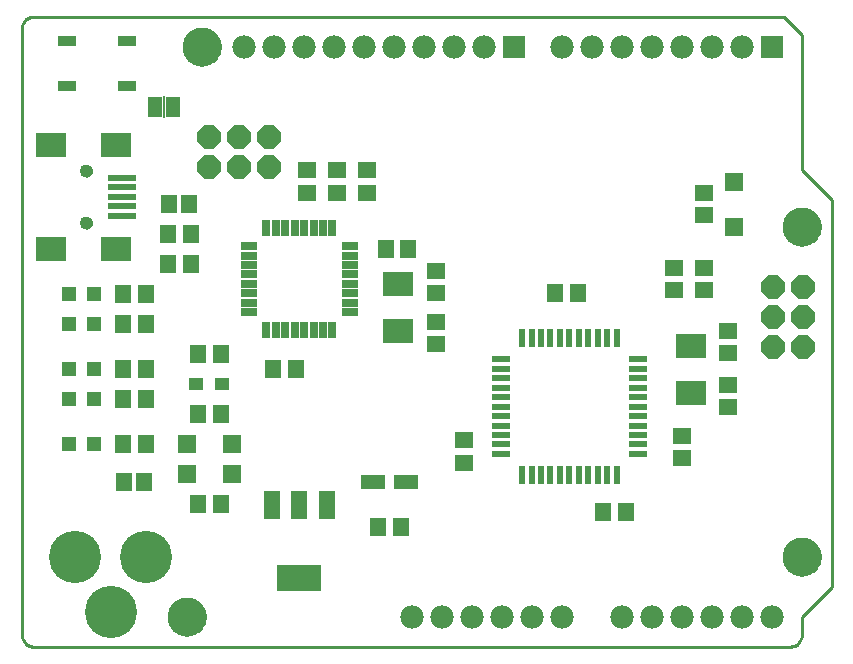
<source format=gts>
G75*
G70*
%OFA0B0*%
%FSLAX24Y24*%
%IPPOS*%
%LPD*%
%AMOC8*
5,1,8,0,0,1.08239X$1,22.5*
%
%ADD10C,0.0000*%
%ADD11C,0.1300*%
%ADD12C,0.0100*%
%ADD13C,0.0780*%
%ADD14R,0.0780X0.0780*%
%ADD15OC8,0.0780*%
%ADD16R,0.0985X0.0827*%
%ADD17R,0.0949X0.0237*%
%ADD18C,0.0434*%
%ADD19R,0.0631X0.0237*%
%ADD20R,0.0237X0.0631*%
%ADD21R,0.0540X0.0260*%
%ADD22R,0.0260X0.0540*%
%ADD23R,0.0552X0.0631*%
%ADD24R,0.0512X0.0434*%
%ADD25R,0.0631X0.0552*%
%ADD26R,0.0512X0.0512*%
%ADD27R,0.0520X0.0920*%
%ADD28R,0.1457X0.0906*%
%ADD29C,0.1740*%
%ADD30R,0.0827X0.0512*%
%ADD31R,0.0591X0.0591*%
%ADD32R,0.0640X0.0340*%
%ADD33R,0.0500X0.0670*%
%ADD34R,0.0060X0.0720*%
D10*
X007319Y001837D02*
X007321Y001887D01*
X007327Y001937D01*
X007337Y001986D01*
X007351Y002034D01*
X007368Y002081D01*
X007389Y002126D01*
X007414Y002170D01*
X007442Y002211D01*
X007474Y002250D01*
X007508Y002287D01*
X007545Y002321D01*
X007585Y002351D01*
X007627Y002378D01*
X007671Y002402D01*
X007717Y002423D01*
X007764Y002439D01*
X007812Y002452D01*
X007862Y002461D01*
X007911Y002466D01*
X007962Y002467D01*
X008012Y002464D01*
X008061Y002457D01*
X008110Y002446D01*
X008158Y002431D01*
X008204Y002413D01*
X008249Y002391D01*
X008292Y002365D01*
X008333Y002336D01*
X008372Y002304D01*
X008408Y002269D01*
X008440Y002231D01*
X008470Y002191D01*
X008497Y002148D01*
X008520Y002104D01*
X008539Y002058D01*
X008555Y002010D01*
X008567Y001961D01*
X008575Y001912D01*
X008579Y001862D01*
X008579Y001812D01*
X008575Y001762D01*
X008567Y001713D01*
X008555Y001664D01*
X008539Y001616D01*
X008520Y001570D01*
X008497Y001526D01*
X008470Y001483D01*
X008440Y001443D01*
X008408Y001405D01*
X008372Y001370D01*
X008333Y001338D01*
X008292Y001309D01*
X008249Y001283D01*
X008204Y001261D01*
X008158Y001243D01*
X008110Y001228D01*
X008061Y001217D01*
X008012Y001210D01*
X007962Y001207D01*
X007911Y001208D01*
X007862Y001213D01*
X007812Y001222D01*
X007764Y001235D01*
X007717Y001251D01*
X007671Y001272D01*
X007627Y001296D01*
X007585Y001323D01*
X007545Y001353D01*
X007508Y001387D01*
X007474Y001424D01*
X007442Y001463D01*
X007414Y001504D01*
X007389Y001548D01*
X007368Y001593D01*
X007351Y001640D01*
X007337Y001688D01*
X007327Y001737D01*
X007321Y001787D01*
X007319Y001837D01*
X004396Y014970D02*
X004398Y014997D01*
X004404Y015024D01*
X004413Y015050D01*
X004426Y015074D01*
X004442Y015097D01*
X004461Y015116D01*
X004483Y015133D01*
X004507Y015147D01*
X004532Y015157D01*
X004559Y015164D01*
X004586Y015167D01*
X004614Y015166D01*
X004641Y015161D01*
X004667Y015153D01*
X004691Y015141D01*
X004714Y015125D01*
X004735Y015107D01*
X004752Y015086D01*
X004767Y015062D01*
X004778Y015037D01*
X004786Y015011D01*
X004790Y014984D01*
X004790Y014956D01*
X004786Y014929D01*
X004778Y014903D01*
X004767Y014878D01*
X004752Y014854D01*
X004735Y014833D01*
X004714Y014815D01*
X004692Y014799D01*
X004667Y014787D01*
X004641Y014779D01*
X004614Y014774D01*
X004586Y014773D01*
X004559Y014776D01*
X004532Y014783D01*
X004507Y014793D01*
X004483Y014807D01*
X004461Y014824D01*
X004442Y014843D01*
X004426Y014866D01*
X004413Y014890D01*
X004404Y014916D01*
X004398Y014943D01*
X004396Y014970D01*
X004396Y016703D02*
X004398Y016730D01*
X004404Y016757D01*
X004413Y016783D01*
X004426Y016807D01*
X004442Y016830D01*
X004461Y016849D01*
X004483Y016866D01*
X004507Y016880D01*
X004532Y016890D01*
X004559Y016897D01*
X004586Y016900D01*
X004614Y016899D01*
X004641Y016894D01*
X004667Y016886D01*
X004691Y016874D01*
X004714Y016858D01*
X004735Y016840D01*
X004752Y016819D01*
X004767Y016795D01*
X004778Y016770D01*
X004786Y016744D01*
X004790Y016717D01*
X004790Y016689D01*
X004786Y016662D01*
X004778Y016636D01*
X004767Y016611D01*
X004752Y016587D01*
X004735Y016566D01*
X004714Y016548D01*
X004692Y016532D01*
X004667Y016520D01*
X004641Y016512D01*
X004614Y016507D01*
X004586Y016506D01*
X004559Y016509D01*
X004532Y016516D01*
X004507Y016526D01*
X004483Y016540D01*
X004461Y016557D01*
X004442Y016576D01*
X004426Y016599D01*
X004413Y016623D01*
X004404Y016649D01*
X004398Y016676D01*
X004396Y016703D01*
X007819Y020837D02*
X007821Y020887D01*
X007827Y020937D01*
X007837Y020986D01*
X007851Y021034D01*
X007868Y021081D01*
X007889Y021126D01*
X007914Y021170D01*
X007942Y021211D01*
X007974Y021250D01*
X008008Y021287D01*
X008045Y021321D01*
X008085Y021351D01*
X008127Y021378D01*
X008171Y021402D01*
X008217Y021423D01*
X008264Y021439D01*
X008312Y021452D01*
X008362Y021461D01*
X008411Y021466D01*
X008462Y021467D01*
X008512Y021464D01*
X008561Y021457D01*
X008610Y021446D01*
X008658Y021431D01*
X008704Y021413D01*
X008749Y021391D01*
X008792Y021365D01*
X008833Y021336D01*
X008872Y021304D01*
X008908Y021269D01*
X008940Y021231D01*
X008970Y021191D01*
X008997Y021148D01*
X009020Y021104D01*
X009039Y021058D01*
X009055Y021010D01*
X009067Y020961D01*
X009075Y020912D01*
X009079Y020862D01*
X009079Y020812D01*
X009075Y020762D01*
X009067Y020713D01*
X009055Y020664D01*
X009039Y020616D01*
X009020Y020570D01*
X008997Y020526D01*
X008970Y020483D01*
X008940Y020443D01*
X008908Y020405D01*
X008872Y020370D01*
X008833Y020338D01*
X008792Y020309D01*
X008749Y020283D01*
X008704Y020261D01*
X008658Y020243D01*
X008610Y020228D01*
X008561Y020217D01*
X008512Y020210D01*
X008462Y020207D01*
X008411Y020208D01*
X008362Y020213D01*
X008312Y020222D01*
X008264Y020235D01*
X008217Y020251D01*
X008171Y020272D01*
X008127Y020296D01*
X008085Y020323D01*
X008045Y020353D01*
X008008Y020387D01*
X007974Y020424D01*
X007942Y020463D01*
X007914Y020504D01*
X007889Y020548D01*
X007868Y020593D01*
X007851Y020640D01*
X007837Y020688D01*
X007827Y020737D01*
X007821Y020787D01*
X007819Y020837D01*
X027819Y014837D02*
X027821Y014887D01*
X027827Y014937D01*
X027837Y014986D01*
X027851Y015034D01*
X027868Y015081D01*
X027889Y015126D01*
X027914Y015170D01*
X027942Y015211D01*
X027974Y015250D01*
X028008Y015287D01*
X028045Y015321D01*
X028085Y015351D01*
X028127Y015378D01*
X028171Y015402D01*
X028217Y015423D01*
X028264Y015439D01*
X028312Y015452D01*
X028362Y015461D01*
X028411Y015466D01*
X028462Y015467D01*
X028512Y015464D01*
X028561Y015457D01*
X028610Y015446D01*
X028658Y015431D01*
X028704Y015413D01*
X028749Y015391D01*
X028792Y015365D01*
X028833Y015336D01*
X028872Y015304D01*
X028908Y015269D01*
X028940Y015231D01*
X028970Y015191D01*
X028997Y015148D01*
X029020Y015104D01*
X029039Y015058D01*
X029055Y015010D01*
X029067Y014961D01*
X029075Y014912D01*
X029079Y014862D01*
X029079Y014812D01*
X029075Y014762D01*
X029067Y014713D01*
X029055Y014664D01*
X029039Y014616D01*
X029020Y014570D01*
X028997Y014526D01*
X028970Y014483D01*
X028940Y014443D01*
X028908Y014405D01*
X028872Y014370D01*
X028833Y014338D01*
X028792Y014309D01*
X028749Y014283D01*
X028704Y014261D01*
X028658Y014243D01*
X028610Y014228D01*
X028561Y014217D01*
X028512Y014210D01*
X028462Y014207D01*
X028411Y014208D01*
X028362Y014213D01*
X028312Y014222D01*
X028264Y014235D01*
X028217Y014251D01*
X028171Y014272D01*
X028127Y014296D01*
X028085Y014323D01*
X028045Y014353D01*
X028008Y014387D01*
X027974Y014424D01*
X027942Y014463D01*
X027914Y014504D01*
X027889Y014548D01*
X027868Y014593D01*
X027851Y014640D01*
X027837Y014688D01*
X027827Y014737D01*
X027821Y014787D01*
X027819Y014837D01*
X027819Y003837D02*
X027821Y003887D01*
X027827Y003937D01*
X027837Y003986D01*
X027851Y004034D01*
X027868Y004081D01*
X027889Y004126D01*
X027914Y004170D01*
X027942Y004211D01*
X027974Y004250D01*
X028008Y004287D01*
X028045Y004321D01*
X028085Y004351D01*
X028127Y004378D01*
X028171Y004402D01*
X028217Y004423D01*
X028264Y004439D01*
X028312Y004452D01*
X028362Y004461D01*
X028411Y004466D01*
X028462Y004467D01*
X028512Y004464D01*
X028561Y004457D01*
X028610Y004446D01*
X028658Y004431D01*
X028704Y004413D01*
X028749Y004391D01*
X028792Y004365D01*
X028833Y004336D01*
X028872Y004304D01*
X028908Y004269D01*
X028940Y004231D01*
X028970Y004191D01*
X028997Y004148D01*
X029020Y004104D01*
X029039Y004058D01*
X029055Y004010D01*
X029067Y003961D01*
X029075Y003912D01*
X029079Y003862D01*
X029079Y003812D01*
X029075Y003762D01*
X029067Y003713D01*
X029055Y003664D01*
X029039Y003616D01*
X029020Y003570D01*
X028997Y003526D01*
X028970Y003483D01*
X028940Y003443D01*
X028908Y003405D01*
X028872Y003370D01*
X028833Y003338D01*
X028792Y003309D01*
X028749Y003283D01*
X028704Y003261D01*
X028658Y003243D01*
X028610Y003228D01*
X028561Y003217D01*
X028512Y003210D01*
X028462Y003207D01*
X028411Y003208D01*
X028362Y003213D01*
X028312Y003222D01*
X028264Y003235D01*
X028217Y003251D01*
X028171Y003272D01*
X028127Y003296D01*
X028085Y003323D01*
X028045Y003353D01*
X028008Y003387D01*
X027974Y003424D01*
X027942Y003463D01*
X027914Y003504D01*
X027889Y003548D01*
X027868Y003593D01*
X027851Y003640D01*
X027837Y003688D01*
X027827Y003737D01*
X027821Y003787D01*
X027819Y003837D01*
D11*
X028449Y003837D03*
X028449Y014837D03*
X008449Y020837D03*
X007949Y001837D03*
D12*
X002449Y001230D02*
X002449Y021443D01*
X002451Y021482D01*
X002457Y021520D01*
X002466Y021557D01*
X002479Y021594D01*
X002496Y021629D01*
X002515Y021662D01*
X002538Y021693D01*
X002564Y021722D01*
X002593Y021748D01*
X002624Y021771D01*
X002657Y021790D01*
X002692Y021807D01*
X002729Y021820D01*
X002766Y021829D01*
X002804Y021835D01*
X002843Y021837D01*
X027849Y021837D01*
X028449Y021237D01*
X028449Y016737D01*
X029449Y015737D01*
X029449Y002837D01*
X028449Y001837D01*
X028449Y001230D01*
X028447Y001191D01*
X028441Y001153D01*
X028432Y001116D01*
X028419Y001079D01*
X028402Y001044D01*
X028383Y001011D01*
X028360Y000980D01*
X028334Y000951D01*
X028305Y000925D01*
X028274Y000902D01*
X028241Y000883D01*
X028206Y000866D01*
X028169Y000853D01*
X028132Y000844D01*
X028094Y000838D01*
X028055Y000836D01*
X028055Y000837D02*
X002843Y000837D01*
X002843Y000836D02*
X002804Y000838D01*
X002766Y000844D01*
X002729Y000853D01*
X002692Y000866D01*
X002657Y000883D01*
X002624Y000902D01*
X002593Y000925D01*
X002564Y000951D01*
X002538Y000980D01*
X002515Y001011D01*
X002496Y001044D01*
X002479Y001079D01*
X002466Y001116D01*
X002457Y001153D01*
X002451Y001191D01*
X002449Y001230D01*
D13*
X015449Y001837D03*
X016449Y001837D03*
X017449Y001837D03*
X018449Y001837D03*
X019449Y001837D03*
X020449Y001837D03*
X022449Y001837D03*
X023449Y001837D03*
X024449Y001837D03*
X025449Y001837D03*
X026449Y001837D03*
X027449Y001837D03*
X026449Y020837D03*
X025449Y020837D03*
X024449Y020837D03*
X023449Y020837D03*
X022449Y020837D03*
X021449Y020837D03*
X020449Y020837D03*
X017849Y020837D03*
X016849Y020837D03*
X015849Y020837D03*
X014849Y020837D03*
X013849Y020837D03*
X012849Y020837D03*
X011849Y020837D03*
X010849Y020837D03*
X009849Y020837D03*
D14*
X018849Y020837D03*
X027449Y020837D03*
D15*
X027499Y012837D03*
X028499Y012837D03*
X028499Y011837D03*
X027499Y011837D03*
X027499Y010837D03*
X028499Y010837D03*
X010699Y016837D03*
X009699Y016837D03*
X008699Y016837D03*
X008699Y017837D03*
X009699Y017837D03*
X010699Y017837D03*
D16*
X005577Y017569D03*
X003412Y017569D03*
X003412Y014104D03*
X005577Y014104D03*
X014999Y012924D03*
X014999Y011349D03*
X024749Y010874D03*
X024749Y009299D03*
D17*
X005799Y015207D03*
X005799Y015522D03*
X005799Y015837D03*
X005799Y016151D03*
X005799Y016466D03*
D18*
X004593Y016703D03*
X004593Y014970D03*
D19*
X018416Y010411D03*
X018416Y010096D03*
X018416Y009781D03*
X018416Y009466D03*
X018416Y009151D03*
X018416Y008837D03*
X018416Y008522D03*
X018416Y008207D03*
X018416Y007892D03*
X018416Y007577D03*
X018416Y007262D03*
X022983Y007262D03*
X022983Y007577D03*
X022983Y007892D03*
X022983Y008207D03*
X022983Y008522D03*
X022983Y008837D03*
X022983Y009151D03*
X022983Y009466D03*
X022983Y009781D03*
X022983Y010096D03*
X022983Y010411D03*
D20*
X022274Y011120D03*
X021959Y011120D03*
X021644Y011120D03*
X021329Y011120D03*
X021014Y011120D03*
X020699Y011120D03*
X020384Y011120D03*
X020069Y011120D03*
X019754Y011120D03*
X019439Y011120D03*
X019124Y011120D03*
X019124Y006553D03*
X019439Y006553D03*
X019754Y006553D03*
X020069Y006553D03*
X020384Y006553D03*
X020699Y006553D03*
X021014Y006553D03*
X021329Y006553D03*
X021644Y006553D03*
X021959Y006553D03*
X022274Y006553D03*
D21*
X013389Y011984D03*
X013389Y012299D03*
X013389Y012614D03*
X013389Y012929D03*
X013389Y013244D03*
X013389Y013559D03*
X013389Y013874D03*
X013389Y014189D03*
X010009Y014189D03*
X010009Y013874D03*
X010009Y013559D03*
X010009Y013244D03*
X010009Y012929D03*
X010009Y012614D03*
X010009Y012299D03*
X010009Y011984D03*
D22*
X010597Y011397D03*
X010912Y011397D03*
X011227Y011397D03*
X011542Y011397D03*
X011857Y011397D03*
X012172Y011397D03*
X012487Y011397D03*
X012801Y011397D03*
X012801Y014777D03*
X012487Y014777D03*
X012172Y014777D03*
X011857Y014777D03*
X011542Y014777D03*
X011227Y014777D03*
X010912Y014777D03*
X010597Y014777D03*
D23*
X008073Y014587D03*
X007325Y014587D03*
X007325Y013587D03*
X008073Y013587D03*
X006573Y012587D03*
X005825Y012587D03*
X005825Y011587D03*
X006573Y011587D03*
X006573Y010087D03*
X005825Y010087D03*
X005825Y009087D03*
X006573Y009087D03*
X006573Y007587D03*
X005825Y007587D03*
X005864Y006337D03*
X006534Y006337D03*
X008325Y005587D03*
X009073Y005587D03*
X009073Y008587D03*
X008325Y008587D03*
X010825Y010087D03*
X011573Y010087D03*
X009073Y010587D03*
X008325Y010587D03*
X014575Y014087D03*
X015323Y014087D03*
X020225Y012637D03*
X020973Y012637D03*
X021825Y005337D03*
X022573Y005337D03*
X015073Y004837D03*
X014325Y004837D03*
X008034Y015587D03*
X007364Y015587D03*
D24*
X008266Y009587D03*
X009132Y009587D03*
D25*
X016249Y010913D03*
X016249Y011661D03*
X016249Y012613D03*
X016249Y013361D03*
X013949Y015963D03*
X013949Y016711D03*
X012949Y016711D03*
X012949Y015963D03*
X011949Y015963D03*
X011949Y016711D03*
X017199Y007711D03*
X017199Y006963D03*
X024449Y007113D03*
X024449Y007861D03*
X025999Y008813D03*
X025999Y009561D03*
X025999Y010613D03*
X025999Y011361D03*
X025199Y012713D03*
X025199Y013461D03*
X024199Y013461D03*
X024199Y012713D03*
X025199Y015213D03*
X025199Y015961D03*
D26*
X004863Y012587D03*
X004036Y012587D03*
X004036Y011587D03*
X004863Y011587D03*
X004863Y010087D03*
X004036Y010087D03*
X004036Y009087D03*
X004863Y009087D03*
X004863Y007587D03*
X004036Y007587D03*
D27*
X010789Y005557D03*
X011699Y005557D03*
X012609Y005557D03*
D28*
X011699Y003116D03*
D29*
X006593Y003837D03*
X005412Y001986D03*
X004231Y003837D03*
D30*
X014148Y006337D03*
X015250Y006337D03*
D31*
X009447Y006587D03*
X009447Y007587D03*
X007951Y007587D03*
X007951Y006587D03*
X026199Y014839D03*
X026199Y016335D03*
D32*
X005949Y019537D03*
X005949Y021037D03*
X003949Y021037D03*
X003949Y019537D03*
D33*
X006899Y018837D03*
X007499Y018837D03*
D34*
X007199Y018837D03*
M02*

</source>
